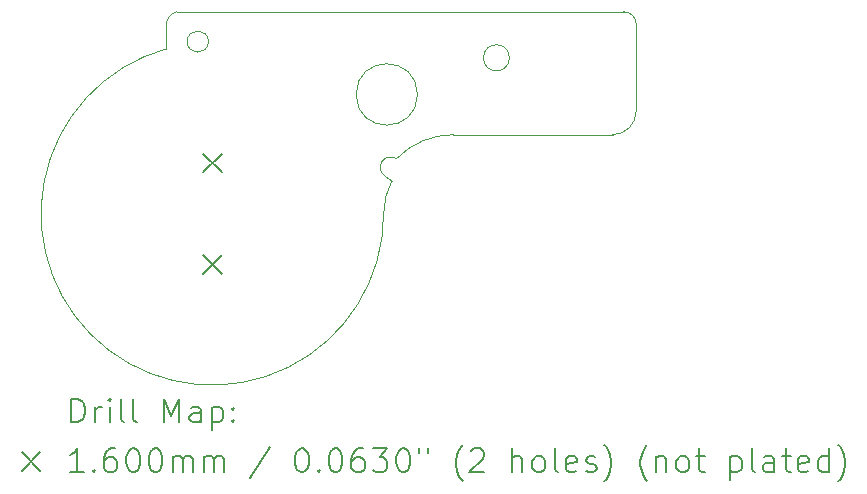
<source format=gbr>
%TF.GenerationSoftware,KiCad,Pcbnew,7.0.6*%
%TF.CreationDate,2023-11-08T16:20:16-08:00*%
%TF.ProjectId,UGC_SubStick,5547435f-5375-4625-9374-69636b2e6b69,rev?*%
%TF.SameCoordinates,Original*%
%TF.FileFunction,Drillmap*%
%TF.FilePolarity,Positive*%
%FSLAX45Y45*%
G04 Gerber Fmt 4.5, Leading zero omitted, Abs format (unit mm)*
G04 Created by KiCad (PCBNEW 7.0.6) date 2023-11-08 16:20:16*
%MOMM*%
%LPD*%
G01*
G04 APERTURE LIST*
%ADD10C,0.100000*%
%ADD11C,0.200000*%
%ADD12C,0.160000*%
G04 APERTURE END LIST*
D10*
X24332077Y-13584767D02*
G75*
G03*
X26172077Y-14981334I389973J-1396603D01*
G01*
X24332077Y-13381334D02*
X24332077Y-13584766D01*
X28311303Y-14111358D02*
X28311303Y-13378061D01*
X24688992Y-13523334D02*
G75*
G03*
X24688992Y-13523334I-90000J0D01*
G01*
X28111311Y-14311363D02*
G75*
G03*
X28311303Y-14111358I-11J200003D01*
G01*
X26762070Y-14311411D02*
X28111311Y-14311358D01*
X26242616Y-14701654D02*
G75*
G03*
X26172077Y-14981334I519484J-279756D01*
G01*
X26458993Y-13970834D02*
G75*
G03*
X26458993Y-13970834I-260000J0D01*
G01*
X26281020Y-14515080D02*
G75*
G03*
X26181736Y-14660590I-50030J-72490D01*
G01*
X26242617Y-14701655D02*
X26181736Y-14660590D01*
X24423993Y-13270444D02*
G75*
G03*
X24332077Y-13381334I20927J-110886D01*
G01*
X27237200Y-13660120D02*
G75*
G03*
X27237200Y-13660120I-110000J0D01*
G01*
X26762070Y-14311409D02*
G75*
G03*
X26281021Y-14515079I30J-670001D01*
G01*
X28204865Y-13270734D02*
X24423993Y-13270445D01*
X28311300Y-13378061D02*
G75*
G03*
X28204865Y-13270734I-107330J1D01*
G01*
D11*
D12*
X24642051Y-14471367D02*
X24802051Y-14631367D01*
X24802051Y-14471367D02*
X24642051Y-14631367D01*
X24642051Y-15331367D02*
X24802051Y-15491367D01*
X24802051Y-15331367D02*
X24642051Y-15491367D01*
D11*
X23527799Y-16747881D02*
X23527799Y-16547881D01*
X23527799Y-16547881D02*
X23575418Y-16547881D01*
X23575418Y-16547881D02*
X23603990Y-16557405D01*
X23603990Y-16557405D02*
X23623038Y-16576452D01*
X23623038Y-16576452D02*
X23632561Y-16595500D01*
X23632561Y-16595500D02*
X23642085Y-16633595D01*
X23642085Y-16633595D02*
X23642085Y-16662167D01*
X23642085Y-16662167D02*
X23632561Y-16700262D01*
X23632561Y-16700262D02*
X23623038Y-16719310D01*
X23623038Y-16719310D02*
X23603990Y-16738357D01*
X23603990Y-16738357D02*
X23575418Y-16747881D01*
X23575418Y-16747881D02*
X23527799Y-16747881D01*
X23727799Y-16747881D02*
X23727799Y-16614548D01*
X23727799Y-16652643D02*
X23737323Y-16633595D01*
X23737323Y-16633595D02*
X23746847Y-16624071D01*
X23746847Y-16624071D02*
X23765895Y-16614548D01*
X23765895Y-16614548D02*
X23784942Y-16614548D01*
X23851609Y-16747881D02*
X23851609Y-16614548D01*
X23851609Y-16547881D02*
X23842085Y-16557405D01*
X23842085Y-16557405D02*
X23851609Y-16566929D01*
X23851609Y-16566929D02*
X23861133Y-16557405D01*
X23861133Y-16557405D02*
X23851609Y-16547881D01*
X23851609Y-16547881D02*
X23851609Y-16566929D01*
X23975418Y-16747881D02*
X23956371Y-16738357D01*
X23956371Y-16738357D02*
X23946847Y-16719310D01*
X23946847Y-16719310D02*
X23946847Y-16547881D01*
X24080180Y-16747881D02*
X24061133Y-16738357D01*
X24061133Y-16738357D02*
X24051609Y-16719310D01*
X24051609Y-16719310D02*
X24051609Y-16547881D01*
X24308752Y-16747881D02*
X24308752Y-16547881D01*
X24308752Y-16547881D02*
X24375419Y-16690738D01*
X24375419Y-16690738D02*
X24442085Y-16547881D01*
X24442085Y-16547881D02*
X24442085Y-16747881D01*
X24623038Y-16747881D02*
X24623038Y-16643119D01*
X24623038Y-16643119D02*
X24613514Y-16624071D01*
X24613514Y-16624071D02*
X24594466Y-16614548D01*
X24594466Y-16614548D02*
X24556371Y-16614548D01*
X24556371Y-16614548D02*
X24537323Y-16624071D01*
X24623038Y-16738357D02*
X24603990Y-16747881D01*
X24603990Y-16747881D02*
X24556371Y-16747881D01*
X24556371Y-16747881D02*
X24537323Y-16738357D01*
X24537323Y-16738357D02*
X24527799Y-16719310D01*
X24527799Y-16719310D02*
X24527799Y-16700262D01*
X24527799Y-16700262D02*
X24537323Y-16681214D01*
X24537323Y-16681214D02*
X24556371Y-16671691D01*
X24556371Y-16671691D02*
X24603990Y-16671691D01*
X24603990Y-16671691D02*
X24623038Y-16662167D01*
X24718276Y-16614548D02*
X24718276Y-16814548D01*
X24718276Y-16624071D02*
X24737323Y-16614548D01*
X24737323Y-16614548D02*
X24775419Y-16614548D01*
X24775419Y-16614548D02*
X24794466Y-16624071D01*
X24794466Y-16624071D02*
X24803990Y-16633595D01*
X24803990Y-16633595D02*
X24813514Y-16652643D01*
X24813514Y-16652643D02*
X24813514Y-16709786D01*
X24813514Y-16709786D02*
X24803990Y-16728833D01*
X24803990Y-16728833D02*
X24794466Y-16738357D01*
X24794466Y-16738357D02*
X24775419Y-16747881D01*
X24775419Y-16747881D02*
X24737323Y-16747881D01*
X24737323Y-16747881D02*
X24718276Y-16738357D01*
X24899228Y-16728833D02*
X24908752Y-16738357D01*
X24908752Y-16738357D02*
X24899228Y-16747881D01*
X24899228Y-16747881D02*
X24889704Y-16738357D01*
X24889704Y-16738357D02*
X24899228Y-16728833D01*
X24899228Y-16728833D02*
X24899228Y-16747881D01*
X24899228Y-16624071D02*
X24908752Y-16633595D01*
X24908752Y-16633595D02*
X24899228Y-16643119D01*
X24899228Y-16643119D02*
X24889704Y-16633595D01*
X24889704Y-16633595D02*
X24899228Y-16624071D01*
X24899228Y-16624071D02*
X24899228Y-16643119D01*
D12*
X23107023Y-16996397D02*
X23267023Y-17156397D01*
X23267023Y-16996397D02*
X23107023Y-17156397D01*
D11*
X23632561Y-17167881D02*
X23518276Y-17167881D01*
X23575418Y-17167881D02*
X23575418Y-16967881D01*
X23575418Y-16967881D02*
X23556371Y-16996453D01*
X23556371Y-16996453D02*
X23537323Y-17015500D01*
X23537323Y-17015500D02*
X23518276Y-17025024D01*
X23718276Y-17148833D02*
X23727799Y-17158357D01*
X23727799Y-17158357D02*
X23718276Y-17167881D01*
X23718276Y-17167881D02*
X23708752Y-17158357D01*
X23708752Y-17158357D02*
X23718276Y-17148833D01*
X23718276Y-17148833D02*
X23718276Y-17167881D01*
X23899228Y-16967881D02*
X23861133Y-16967881D01*
X23861133Y-16967881D02*
X23842085Y-16977405D01*
X23842085Y-16977405D02*
X23832561Y-16986929D01*
X23832561Y-16986929D02*
X23813514Y-17015500D01*
X23813514Y-17015500D02*
X23803990Y-17053595D01*
X23803990Y-17053595D02*
X23803990Y-17129786D01*
X23803990Y-17129786D02*
X23813514Y-17148833D01*
X23813514Y-17148833D02*
X23823038Y-17158357D01*
X23823038Y-17158357D02*
X23842085Y-17167881D01*
X23842085Y-17167881D02*
X23880180Y-17167881D01*
X23880180Y-17167881D02*
X23899228Y-17158357D01*
X23899228Y-17158357D02*
X23908752Y-17148833D01*
X23908752Y-17148833D02*
X23918276Y-17129786D01*
X23918276Y-17129786D02*
X23918276Y-17082167D01*
X23918276Y-17082167D02*
X23908752Y-17063119D01*
X23908752Y-17063119D02*
X23899228Y-17053595D01*
X23899228Y-17053595D02*
X23880180Y-17044072D01*
X23880180Y-17044072D02*
X23842085Y-17044072D01*
X23842085Y-17044072D02*
X23823038Y-17053595D01*
X23823038Y-17053595D02*
X23813514Y-17063119D01*
X23813514Y-17063119D02*
X23803990Y-17082167D01*
X24042085Y-16967881D02*
X24061133Y-16967881D01*
X24061133Y-16967881D02*
X24080180Y-16977405D01*
X24080180Y-16977405D02*
X24089704Y-16986929D01*
X24089704Y-16986929D02*
X24099228Y-17005976D01*
X24099228Y-17005976D02*
X24108752Y-17044072D01*
X24108752Y-17044072D02*
X24108752Y-17091691D01*
X24108752Y-17091691D02*
X24099228Y-17129786D01*
X24099228Y-17129786D02*
X24089704Y-17148833D01*
X24089704Y-17148833D02*
X24080180Y-17158357D01*
X24080180Y-17158357D02*
X24061133Y-17167881D01*
X24061133Y-17167881D02*
X24042085Y-17167881D01*
X24042085Y-17167881D02*
X24023038Y-17158357D01*
X24023038Y-17158357D02*
X24013514Y-17148833D01*
X24013514Y-17148833D02*
X24003990Y-17129786D01*
X24003990Y-17129786D02*
X23994466Y-17091691D01*
X23994466Y-17091691D02*
X23994466Y-17044072D01*
X23994466Y-17044072D02*
X24003990Y-17005976D01*
X24003990Y-17005976D02*
X24013514Y-16986929D01*
X24013514Y-16986929D02*
X24023038Y-16977405D01*
X24023038Y-16977405D02*
X24042085Y-16967881D01*
X24232561Y-16967881D02*
X24251609Y-16967881D01*
X24251609Y-16967881D02*
X24270657Y-16977405D01*
X24270657Y-16977405D02*
X24280180Y-16986929D01*
X24280180Y-16986929D02*
X24289704Y-17005976D01*
X24289704Y-17005976D02*
X24299228Y-17044072D01*
X24299228Y-17044072D02*
X24299228Y-17091691D01*
X24299228Y-17091691D02*
X24289704Y-17129786D01*
X24289704Y-17129786D02*
X24280180Y-17148833D01*
X24280180Y-17148833D02*
X24270657Y-17158357D01*
X24270657Y-17158357D02*
X24251609Y-17167881D01*
X24251609Y-17167881D02*
X24232561Y-17167881D01*
X24232561Y-17167881D02*
X24213514Y-17158357D01*
X24213514Y-17158357D02*
X24203990Y-17148833D01*
X24203990Y-17148833D02*
X24194466Y-17129786D01*
X24194466Y-17129786D02*
X24184942Y-17091691D01*
X24184942Y-17091691D02*
X24184942Y-17044072D01*
X24184942Y-17044072D02*
X24194466Y-17005976D01*
X24194466Y-17005976D02*
X24203990Y-16986929D01*
X24203990Y-16986929D02*
X24213514Y-16977405D01*
X24213514Y-16977405D02*
X24232561Y-16967881D01*
X24384942Y-17167881D02*
X24384942Y-17034548D01*
X24384942Y-17053595D02*
X24394466Y-17044072D01*
X24394466Y-17044072D02*
X24413514Y-17034548D01*
X24413514Y-17034548D02*
X24442085Y-17034548D01*
X24442085Y-17034548D02*
X24461133Y-17044072D01*
X24461133Y-17044072D02*
X24470657Y-17063119D01*
X24470657Y-17063119D02*
X24470657Y-17167881D01*
X24470657Y-17063119D02*
X24480180Y-17044072D01*
X24480180Y-17044072D02*
X24499228Y-17034548D01*
X24499228Y-17034548D02*
X24527799Y-17034548D01*
X24527799Y-17034548D02*
X24546847Y-17044072D01*
X24546847Y-17044072D02*
X24556371Y-17063119D01*
X24556371Y-17063119D02*
X24556371Y-17167881D01*
X24651609Y-17167881D02*
X24651609Y-17034548D01*
X24651609Y-17053595D02*
X24661133Y-17044072D01*
X24661133Y-17044072D02*
X24680180Y-17034548D01*
X24680180Y-17034548D02*
X24708752Y-17034548D01*
X24708752Y-17034548D02*
X24727800Y-17044072D01*
X24727800Y-17044072D02*
X24737323Y-17063119D01*
X24737323Y-17063119D02*
X24737323Y-17167881D01*
X24737323Y-17063119D02*
X24746847Y-17044072D01*
X24746847Y-17044072D02*
X24765895Y-17034548D01*
X24765895Y-17034548D02*
X24794466Y-17034548D01*
X24794466Y-17034548D02*
X24813514Y-17044072D01*
X24813514Y-17044072D02*
X24823038Y-17063119D01*
X24823038Y-17063119D02*
X24823038Y-17167881D01*
X25213514Y-16958357D02*
X25042085Y-17215500D01*
X25470657Y-16967881D02*
X25489704Y-16967881D01*
X25489704Y-16967881D02*
X25508752Y-16977405D01*
X25508752Y-16977405D02*
X25518276Y-16986929D01*
X25518276Y-16986929D02*
X25527800Y-17005976D01*
X25527800Y-17005976D02*
X25537323Y-17044072D01*
X25537323Y-17044072D02*
X25537323Y-17091691D01*
X25537323Y-17091691D02*
X25527800Y-17129786D01*
X25527800Y-17129786D02*
X25518276Y-17148833D01*
X25518276Y-17148833D02*
X25508752Y-17158357D01*
X25508752Y-17158357D02*
X25489704Y-17167881D01*
X25489704Y-17167881D02*
X25470657Y-17167881D01*
X25470657Y-17167881D02*
X25451609Y-17158357D01*
X25451609Y-17158357D02*
X25442085Y-17148833D01*
X25442085Y-17148833D02*
X25432562Y-17129786D01*
X25432562Y-17129786D02*
X25423038Y-17091691D01*
X25423038Y-17091691D02*
X25423038Y-17044072D01*
X25423038Y-17044072D02*
X25432562Y-17005976D01*
X25432562Y-17005976D02*
X25442085Y-16986929D01*
X25442085Y-16986929D02*
X25451609Y-16977405D01*
X25451609Y-16977405D02*
X25470657Y-16967881D01*
X25623038Y-17148833D02*
X25632562Y-17158357D01*
X25632562Y-17158357D02*
X25623038Y-17167881D01*
X25623038Y-17167881D02*
X25613514Y-17158357D01*
X25613514Y-17158357D02*
X25623038Y-17148833D01*
X25623038Y-17148833D02*
X25623038Y-17167881D01*
X25756371Y-16967881D02*
X25775419Y-16967881D01*
X25775419Y-16967881D02*
X25794466Y-16977405D01*
X25794466Y-16977405D02*
X25803990Y-16986929D01*
X25803990Y-16986929D02*
X25813514Y-17005976D01*
X25813514Y-17005976D02*
X25823038Y-17044072D01*
X25823038Y-17044072D02*
X25823038Y-17091691D01*
X25823038Y-17091691D02*
X25813514Y-17129786D01*
X25813514Y-17129786D02*
X25803990Y-17148833D01*
X25803990Y-17148833D02*
X25794466Y-17158357D01*
X25794466Y-17158357D02*
X25775419Y-17167881D01*
X25775419Y-17167881D02*
X25756371Y-17167881D01*
X25756371Y-17167881D02*
X25737323Y-17158357D01*
X25737323Y-17158357D02*
X25727800Y-17148833D01*
X25727800Y-17148833D02*
X25718276Y-17129786D01*
X25718276Y-17129786D02*
X25708752Y-17091691D01*
X25708752Y-17091691D02*
X25708752Y-17044072D01*
X25708752Y-17044072D02*
X25718276Y-17005976D01*
X25718276Y-17005976D02*
X25727800Y-16986929D01*
X25727800Y-16986929D02*
X25737323Y-16977405D01*
X25737323Y-16977405D02*
X25756371Y-16967881D01*
X25994466Y-16967881D02*
X25956371Y-16967881D01*
X25956371Y-16967881D02*
X25937323Y-16977405D01*
X25937323Y-16977405D02*
X25927800Y-16986929D01*
X25927800Y-16986929D02*
X25908752Y-17015500D01*
X25908752Y-17015500D02*
X25899228Y-17053595D01*
X25899228Y-17053595D02*
X25899228Y-17129786D01*
X25899228Y-17129786D02*
X25908752Y-17148833D01*
X25908752Y-17148833D02*
X25918276Y-17158357D01*
X25918276Y-17158357D02*
X25937323Y-17167881D01*
X25937323Y-17167881D02*
X25975419Y-17167881D01*
X25975419Y-17167881D02*
X25994466Y-17158357D01*
X25994466Y-17158357D02*
X26003990Y-17148833D01*
X26003990Y-17148833D02*
X26013514Y-17129786D01*
X26013514Y-17129786D02*
X26013514Y-17082167D01*
X26013514Y-17082167D02*
X26003990Y-17063119D01*
X26003990Y-17063119D02*
X25994466Y-17053595D01*
X25994466Y-17053595D02*
X25975419Y-17044072D01*
X25975419Y-17044072D02*
X25937323Y-17044072D01*
X25937323Y-17044072D02*
X25918276Y-17053595D01*
X25918276Y-17053595D02*
X25908752Y-17063119D01*
X25908752Y-17063119D02*
X25899228Y-17082167D01*
X26080181Y-16967881D02*
X26203990Y-16967881D01*
X26203990Y-16967881D02*
X26137323Y-17044072D01*
X26137323Y-17044072D02*
X26165895Y-17044072D01*
X26165895Y-17044072D02*
X26184943Y-17053595D01*
X26184943Y-17053595D02*
X26194466Y-17063119D01*
X26194466Y-17063119D02*
X26203990Y-17082167D01*
X26203990Y-17082167D02*
X26203990Y-17129786D01*
X26203990Y-17129786D02*
X26194466Y-17148833D01*
X26194466Y-17148833D02*
X26184943Y-17158357D01*
X26184943Y-17158357D02*
X26165895Y-17167881D01*
X26165895Y-17167881D02*
X26108752Y-17167881D01*
X26108752Y-17167881D02*
X26089704Y-17158357D01*
X26089704Y-17158357D02*
X26080181Y-17148833D01*
X26327800Y-16967881D02*
X26346847Y-16967881D01*
X26346847Y-16967881D02*
X26365895Y-16977405D01*
X26365895Y-16977405D02*
X26375419Y-16986929D01*
X26375419Y-16986929D02*
X26384943Y-17005976D01*
X26384943Y-17005976D02*
X26394466Y-17044072D01*
X26394466Y-17044072D02*
X26394466Y-17091691D01*
X26394466Y-17091691D02*
X26384943Y-17129786D01*
X26384943Y-17129786D02*
X26375419Y-17148833D01*
X26375419Y-17148833D02*
X26365895Y-17158357D01*
X26365895Y-17158357D02*
X26346847Y-17167881D01*
X26346847Y-17167881D02*
X26327800Y-17167881D01*
X26327800Y-17167881D02*
X26308752Y-17158357D01*
X26308752Y-17158357D02*
X26299228Y-17148833D01*
X26299228Y-17148833D02*
X26289704Y-17129786D01*
X26289704Y-17129786D02*
X26280181Y-17091691D01*
X26280181Y-17091691D02*
X26280181Y-17044072D01*
X26280181Y-17044072D02*
X26289704Y-17005976D01*
X26289704Y-17005976D02*
X26299228Y-16986929D01*
X26299228Y-16986929D02*
X26308752Y-16977405D01*
X26308752Y-16977405D02*
X26327800Y-16967881D01*
X26470657Y-16967881D02*
X26470657Y-17005976D01*
X26546847Y-16967881D02*
X26546847Y-17005976D01*
X26842086Y-17244072D02*
X26832562Y-17234548D01*
X26832562Y-17234548D02*
X26813514Y-17205976D01*
X26813514Y-17205976D02*
X26803990Y-17186929D01*
X26803990Y-17186929D02*
X26794466Y-17158357D01*
X26794466Y-17158357D02*
X26784943Y-17110738D01*
X26784943Y-17110738D02*
X26784943Y-17072643D01*
X26784943Y-17072643D02*
X26794466Y-17025024D01*
X26794466Y-17025024D02*
X26803990Y-16996453D01*
X26803990Y-16996453D02*
X26813514Y-16977405D01*
X26813514Y-16977405D02*
X26832562Y-16948833D01*
X26832562Y-16948833D02*
X26842086Y-16939310D01*
X26908752Y-16986929D02*
X26918276Y-16977405D01*
X26918276Y-16977405D02*
X26937324Y-16967881D01*
X26937324Y-16967881D02*
X26984943Y-16967881D01*
X26984943Y-16967881D02*
X27003990Y-16977405D01*
X27003990Y-16977405D02*
X27013514Y-16986929D01*
X27013514Y-16986929D02*
X27023038Y-17005976D01*
X27023038Y-17005976D02*
X27023038Y-17025024D01*
X27023038Y-17025024D02*
X27013514Y-17053595D01*
X27013514Y-17053595D02*
X26899228Y-17167881D01*
X26899228Y-17167881D02*
X27023038Y-17167881D01*
X27261133Y-17167881D02*
X27261133Y-16967881D01*
X27346847Y-17167881D02*
X27346847Y-17063119D01*
X27346847Y-17063119D02*
X27337324Y-17044072D01*
X27337324Y-17044072D02*
X27318276Y-17034548D01*
X27318276Y-17034548D02*
X27289705Y-17034548D01*
X27289705Y-17034548D02*
X27270657Y-17044072D01*
X27270657Y-17044072D02*
X27261133Y-17053595D01*
X27470657Y-17167881D02*
X27451609Y-17158357D01*
X27451609Y-17158357D02*
X27442086Y-17148833D01*
X27442086Y-17148833D02*
X27432562Y-17129786D01*
X27432562Y-17129786D02*
X27432562Y-17072643D01*
X27432562Y-17072643D02*
X27442086Y-17053595D01*
X27442086Y-17053595D02*
X27451609Y-17044072D01*
X27451609Y-17044072D02*
X27470657Y-17034548D01*
X27470657Y-17034548D02*
X27499228Y-17034548D01*
X27499228Y-17034548D02*
X27518276Y-17044072D01*
X27518276Y-17044072D02*
X27527800Y-17053595D01*
X27527800Y-17053595D02*
X27537324Y-17072643D01*
X27537324Y-17072643D02*
X27537324Y-17129786D01*
X27537324Y-17129786D02*
X27527800Y-17148833D01*
X27527800Y-17148833D02*
X27518276Y-17158357D01*
X27518276Y-17158357D02*
X27499228Y-17167881D01*
X27499228Y-17167881D02*
X27470657Y-17167881D01*
X27651609Y-17167881D02*
X27632562Y-17158357D01*
X27632562Y-17158357D02*
X27623038Y-17139310D01*
X27623038Y-17139310D02*
X27623038Y-16967881D01*
X27803990Y-17158357D02*
X27784943Y-17167881D01*
X27784943Y-17167881D02*
X27746847Y-17167881D01*
X27746847Y-17167881D02*
X27727800Y-17158357D01*
X27727800Y-17158357D02*
X27718276Y-17139310D01*
X27718276Y-17139310D02*
X27718276Y-17063119D01*
X27718276Y-17063119D02*
X27727800Y-17044072D01*
X27727800Y-17044072D02*
X27746847Y-17034548D01*
X27746847Y-17034548D02*
X27784943Y-17034548D01*
X27784943Y-17034548D02*
X27803990Y-17044072D01*
X27803990Y-17044072D02*
X27813514Y-17063119D01*
X27813514Y-17063119D02*
X27813514Y-17082167D01*
X27813514Y-17082167D02*
X27718276Y-17101214D01*
X27889705Y-17158357D02*
X27908752Y-17167881D01*
X27908752Y-17167881D02*
X27946847Y-17167881D01*
X27946847Y-17167881D02*
X27965895Y-17158357D01*
X27965895Y-17158357D02*
X27975419Y-17139310D01*
X27975419Y-17139310D02*
X27975419Y-17129786D01*
X27975419Y-17129786D02*
X27965895Y-17110738D01*
X27965895Y-17110738D02*
X27946847Y-17101214D01*
X27946847Y-17101214D02*
X27918276Y-17101214D01*
X27918276Y-17101214D02*
X27899228Y-17091691D01*
X27899228Y-17091691D02*
X27889705Y-17072643D01*
X27889705Y-17072643D02*
X27889705Y-17063119D01*
X27889705Y-17063119D02*
X27899228Y-17044072D01*
X27899228Y-17044072D02*
X27918276Y-17034548D01*
X27918276Y-17034548D02*
X27946847Y-17034548D01*
X27946847Y-17034548D02*
X27965895Y-17044072D01*
X28042086Y-17244072D02*
X28051609Y-17234548D01*
X28051609Y-17234548D02*
X28070657Y-17205976D01*
X28070657Y-17205976D02*
X28080181Y-17186929D01*
X28080181Y-17186929D02*
X28089705Y-17158357D01*
X28089705Y-17158357D02*
X28099228Y-17110738D01*
X28099228Y-17110738D02*
X28099228Y-17072643D01*
X28099228Y-17072643D02*
X28089705Y-17025024D01*
X28089705Y-17025024D02*
X28080181Y-16996453D01*
X28080181Y-16996453D02*
X28070657Y-16977405D01*
X28070657Y-16977405D02*
X28051609Y-16948833D01*
X28051609Y-16948833D02*
X28042086Y-16939310D01*
X28403990Y-17244072D02*
X28394467Y-17234548D01*
X28394467Y-17234548D02*
X28375419Y-17205976D01*
X28375419Y-17205976D02*
X28365895Y-17186929D01*
X28365895Y-17186929D02*
X28356371Y-17158357D01*
X28356371Y-17158357D02*
X28346848Y-17110738D01*
X28346848Y-17110738D02*
X28346848Y-17072643D01*
X28346848Y-17072643D02*
X28356371Y-17025024D01*
X28356371Y-17025024D02*
X28365895Y-16996453D01*
X28365895Y-16996453D02*
X28375419Y-16977405D01*
X28375419Y-16977405D02*
X28394467Y-16948833D01*
X28394467Y-16948833D02*
X28403990Y-16939310D01*
X28480181Y-17034548D02*
X28480181Y-17167881D01*
X28480181Y-17053595D02*
X28489705Y-17044072D01*
X28489705Y-17044072D02*
X28508752Y-17034548D01*
X28508752Y-17034548D02*
X28537324Y-17034548D01*
X28537324Y-17034548D02*
X28556371Y-17044072D01*
X28556371Y-17044072D02*
X28565895Y-17063119D01*
X28565895Y-17063119D02*
X28565895Y-17167881D01*
X28689705Y-17167881D02*
X28670657Y-17158357D01*
X28670657Y-17158357D02*
X28661133Y-17148833D01*
X28661133Y-17148833D02*
X28651609Y-17129786D01*
X28651609Y-17129786D02*
X28651609Y-17072643D01*
X28651609Y-17072643D02*
X28661133Y-17053595D01*
X28661133Y-17053595D02*
X28670657Y-17044072D01*
X28670657Y-17044072D02*
X28689705Y-17034548D01*
X28689705Y-17034548D02*
X28718276Y-17034548D01*
X28718276Y-17034548D02*
X28737324Y-17044072D01*
X28737324Y-17044072D02*
X28746848Y-17053595D01*
X28746848Y-17053595D02*
X28756371Y-17072643D01*
X28756371Y-17072643D02*
X28756371Y-17129786D01*
X28756371Y-17129786D02*
X28746848Y-17148833D01*
X28746848Y-17148833D02*
X28737324Y-17158357D01*
X28737324Y-17158357D02*
X28718276Y-17167881D01*
X28718276Y-17167881D02*
X28689705Y-17167881D01*
X28813514Y-17034548D02*
X28889705Y-17034548D01*
X28842086Y-16967881D02*
X28842086Y-17139310D01*
X28842086Y-17139310D02*
X28851609Y-17158357D01*
X28851609Y-17158357D02*
X28870657Y-17167881D01*
X28870657Y-17167881D02*
X28889705Y-17167881D01*
X29108752Y-17034548D02*
X29108752Y-17234548D01*
X29108752Y-17044072D02*
X29127800Y-17034548D01*
X29127800Y-17034548D02*
X29165895Y-17034548D01*
X29165895Y-17034548D02*
X29184943Y-17044072D01*
X29184943Y-17044072D02*
X29194467Y-17053595D01*
X29194467Y-17053595D02*
X29203990Y-17072643D01*
X29203990Y-17072643D02*
X29203990Y-17129786D01*
X29203990Y-17129786D02*
X29194467Y-17148833D01*
X29194467Y-17148833D02*
X29184943Y-17158357D01*
X29184943Y-17158357D02*
X29165895Y-17167881D01*
X29165895Y-17167881D02*
X29127800Y-17167881D01*
X29127800Y-17167881D02*
X29108752Y-17158357D01*
X29318276Y-17167881D02*
X29299229Y-17158357D01*
X29299229Y-17158357D02*
X29289705Y-17139310D01*
X29289705Y-17139310D02*
X29289705Y-16967881D01*
X29480181Y-17167881D02*
X29480181Y-17063119D01*
X29480181Y-17063119D02*
X29470657Y-17044072D01*
X29470657Y-17044072D02*
X29451610Y-17034548D01*
X29451610Y-17034548D02*
X29413514Y-17034548D01*
X29413514Y-17034548D02*
X29394467Y-17044072D01*
X29480181Y-17158357D02*
X29461133Y-17167881D01*
X29461133Y-17167881D02*
X29413514Y-17167881D01*
X29413514Y-17167881D02*
X29394467Y-17158357D01*
X29394467Y-17158357D02*
X29384943Y-17139310D01*
X29384943Y-17139310D02*
X29384943Y-17120262D01*
X29384943Y-17120262D02*
X29394467Y-17101214D01*
X29394467Y-17101214D02*
X29413514Y-17091691D01*
X29413514Y-17091691D02*
X29461133Y-17091691D01*
X29461133Y-17091691D02*
X29480181Y-17082167D01*
X29546848Y-17034548D02*
X29623038Y-17034548D01*
X29575419Y-16967881D02*
X29575419Y-17139310D01*
X29575419Y-17139310D02*
X29584943Y-17158357D01*
X29584943Y-17158357D02*
X29603990Y-17167881D01*
X29603990Y-17167881D02*
X29623038Y-17167881D01*
X29765895Y-17158357D02*
X29746848Y-17167881D01*
X29746848Y-17167881D02*
X29708752Y-17167881D01*
X29708752Y-17167881D02*
X29689705Y-17158357D01*
X29689705Y-17158357D02*
X29680181Y-17139310D01*
X29680181Y-17139310D02*
X29680181Y-17063119D01*
X29680181Y-17063119D02*
X29689705Y-17044072D01*
X29689705Y-17044072D02*
X29708752Y-17034548D01*
X29708752Y-17034548D02*
X29746848Y-17034548D01*
X29746848Y-17034548D02*
X29765895Y-17044072D01*
X29765895Y-17044072D02*
X29775419Y-17063119D01*
X29775419Y-17063119D02*
X29775419Y-17082167D01*
X29775419Y-17082167D02*
X29680181Y-17101214D01*
X29946848Y-17167881D02*
X29946848Y-16967881D01*
X29946848Y-17158357D02*
X29927800Y-17167881D01*
X29927800Y-17167881D02*
X29889705Y-17167881D01*
X29889705Y-17167881D02*
X29870657Y-17158357D01*
X29870657Y-17158357D02*
X29861133Y-17148833D01*
X29861133Y-17148833D02*
X29851610Y-17129786D01*
X29851610Y-17129786D02*
X29851610Y-17072643D01*
X29851610Y-17072643D02*
X29861133Y-17053595D01*
X29861133Y-17053595D02*
X29870657Y-17044072D01*
X29870657Y-17044072D02*
X29889705Y-17034548D01*
X29889705Y-17034548D02*
X29927800Y-17034548D01*
X29927800Y-17034548D02*
X29946848Y-17044072D01*
X30023038Y-17244072D02*
X30032562Y-17234548D01*
X30032562Y-17234548D02*
X30051610Y-17205976D01*
X30051610Y-17205976D02*
X30061133Y-17186929D01*
X30061133Y-17186929D02*
X30070657Y-17158357D01*
X30070657Y-17158357D02*
X30080181Y-17110738D01*
X30080181Y-17110738D02*
X30080181Y-17072643D01*
X30080181Y-17072643D02*
X30070657Y-17025024D01*
X30070657Y-17025024D02*
X30061133Y-16996453D01*
X30061133Y-16996453D02*
X30051610Y-16977405D01*
X30051610Y-16977405D02*
X30032562Y-16948833D01*
X30032562Y-16948833D02*
X30023038Y-16939310D01*
M02*

</source>
